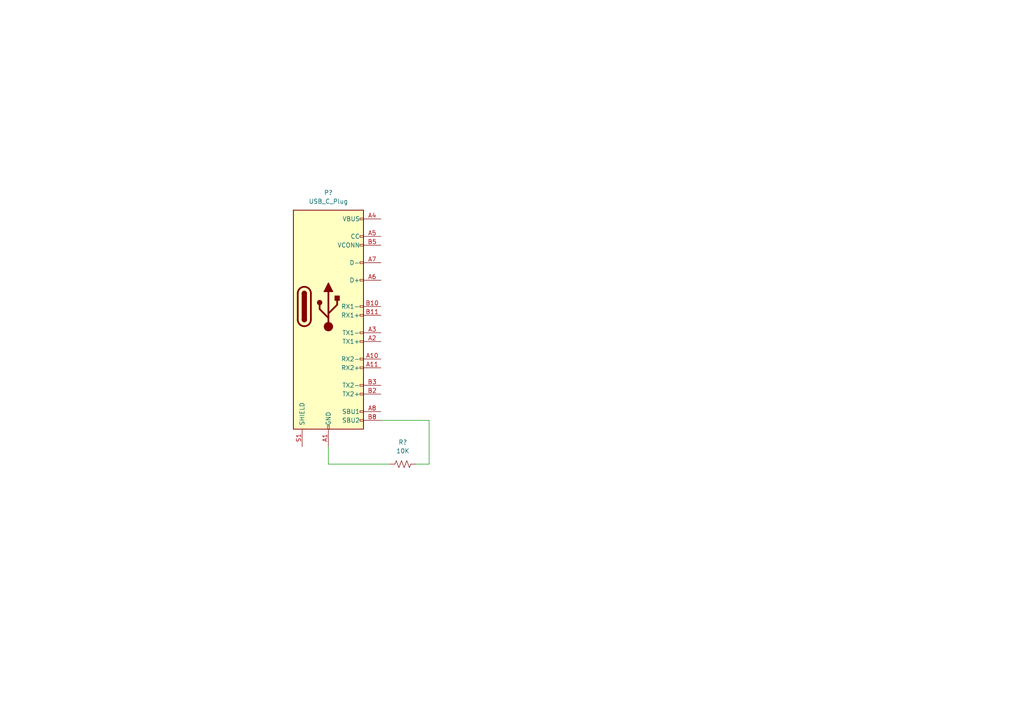
<source format=kicad_sch>
(kicad_sch (version 20211123) (generator eeschema)
  (paper "A4")
  (lib_symbols
    (symbol "Connector:USB_C_Plug" (pin_names (offset 1.016))
      (property "Reference" "P" (at -10.16 29.21 0))
      (property "Value" "USB_C_Plug" (at 10.16 29.21 0))
      (symbol "USB_C_Plug_0_0"
        (rectangle (start -0.254 -35.56) (end 0.254 -34.544))
        (rectangle (start 10.16 -32.766) (end 9.144 -33.274))
        (rectangle (start 10.16 -30.226) (end 9.144 -30.734))
        (rectangle (start 10.16 -25.146) (end 9.144 -25.654))
        (rectangle (start 10.16 -22.606) (end 9.144 -23.114))
        (rectangle (start 10.16 -17.526) (end 9.144 -18.034))
        (rectangle (start 10.16 -14.986) (end 9.144 -15.494))
        (rectangle (start 10.16 -9.906) (end 9.144 -10.414))
        (rectangle (start 10.16 -7.366) (end 9.144 -7.874))
        (rectangle (start 10.16 -2.286) (end 9.144 -2.794))
        (rectangle (start 10.16 0.254) (end 9.144 -0.254))
        (rectangle (start 10.16 7.874) (end 9.144 7.366))
        (rectangle (start 10.16 12.954) (end 9.144 12.446))
        (rectangle (start 10.16 18.034) (end 9.144 17.526))
        (rectangle (start 10.16 20.574) (end 9.144 20.066))
        (rectangle (start 10.16 25.654) (end 9.144 25.146))
      )
      (symbol "USB_C_Plug_0_1"
        (rectangle (start -10.16 27.94) (end 10.16 -35.56) (stroke (width 0.254)) (fill (type background)))
        (arc (start -8.89 -3.81) (mid -6.985 -5.715) (end -5.08 -3.81) (stroke (width 0.508)))
        (arc (start -7.62 -3.81) (mid -6.985 -4.445) (end -6.35 -3.81) (stroke (width 0.254)))
        (arc (start -7.62 -3.81) (mid -6.985 -4.445) (end -6.35 -3.81) (stroke (width 0.254)) (fill (type outline)))
        (rectangle (start -7.62 -3.81) (end -6.35 3.81) (stroke (width 0.254)) (fill (type outline)))
        (arc (start -6.35 3.81) (mid -6.985 4.445) (end -7.62 3.81) (stroke (width 0.254)))
        (arc (start -6.35 3.81) (mid -6.985 4.445) (end -7.62 3.81) (stroke (width 0.254)) (fill (type outline)))
        (arc (start -5.08 3.81) (mid -6.985 5.715) (end -8.89 3.81) (stroke (width 0.508)))
        (polyline (pts (xy -8.89 -3.81) (xy -8.89 3.81)) (stroke (width 0.508)))
        (polyline (pts (xy -5.08 3.81) (xy -5.08 -3.81)) (stroke (width 0.508)))
      )
      (symbol "USB_C_Plug_1_1"
        (circle (center -2.54 1.143) (radius 0.635) (stroke (width 0.254)) (fill (type outline)))
        (circle (center 0 -5.842) (radius 1.27) (fill (type outline)))
        (polyline (pts (xy 0 -5.842) (xy 0 4.318)) (stroke (width 0.508)))
        (polyline (pts (xy 0 -3.302) (xy -2.54 -0.762) (xy -2.54 0.508)) (stroke (width 0.508)))
        (polyline (pts (xy 0 -2.032) (xy 2.54 0.508) (xy 2.54 1.778)) (stroke (width 0.508)))
        (polyline (pts (xy -1.27 4.318) (xy 0 6.858) (xy 1.27 4.318) (xy -1.27 4.318)) (stroke (width 0.254)) (fill (type outline)))
        (rectangle (start 1.905 1.778) (end 3.175 3.048) (stroke (width 0.254)) (fill (type outline)))
        (pin passive line (at 0 -40.64 90) (length 5.08) (name "GND") (number "A1"))
        (pin bidirectional line (at 15.24 -15.24 180) (length 5.08) (name "RX2-") (number "A10"))
        (pin bidirectional line (at 15.24 -17.78 180) (length 5.08) (name "RX2+") (number "A11"))
        (pin passive line (at 0 -40.64 90) (length 5.08) hide (name "GND") (number "A12"))
        (pin bidirectional line (at 15.24 -10.16 180) (length 5.08) (name "TX1+") (number "A2"))
        (pin bidirectional line (at 15.24 -7.62 180) (length 5.08) (name "TX1-") (number "A3"))
        (pin passive line (at 15.24 25.4 180) (length 5.08) (name "VBUS") (number "A4"))
        (pin bidirectional line (at 15.24 20.32 180) (length 5.08) (name "CC") (number "A5"))
        (pin bidirectional line (at 15.24 7.62 180) (length 5.08) (name "D+") (number "A6"))
        (pin bidirectional line (at 15.24 12.7 180) (length 5.08) (name "D-") (number "A7"))
        (pin bidirectional line (at 15.24 -30.48 180) (length 5.08) (name "SBU1") (number "A8"))
        (pin passive line (at 15.24 25.4 180) (length 5.08) hide (name "VBUS") (number "A9"))
        (pin passive line (at 0 -40.64 90) (length 5.08) hide (name "GND") (number "B1"))
        (pin bidirectional line (at 15.24 0 180) (length 5.08) (name "RX1-") (number "B10"))
        (pin bidirectional line (at 15.24 -2.54 180) (length 5.08) (name "RX1+") (number "B11"))
        (pin passive line (at 0 -40.64 90) (length 5.08) hide (name "GND") (number "B12"))
        (pin bidirectional line (at 15.24 -25.4 180) (length 5.08) (name "TX2+") (number "B2"))
        (pin bidirectional line (at 15.24 -22.86 180) (length 5.08) (name "TX2-") (number "B3"))
        (pin passive line (at 15.24 25.4 180) (length 5.08) hide (name "VBUS") (number "B4"))
        (pin bidirectional line (at 15.24 17.78 180) (length 5.08) (name "VCONN") (number "B5"))
        (pin bidirectional line (at 15.24 -33.02 180) (length 5.08) (name "SBU2") (number "B8"))
        (pin passive line (at 15.24 25.4 180) (length 5.08) hide (name "VBUS") (number "B9"))
        (pin passive line (at -7.62 -40.64 90) (length 5.08) (name "SHIELD") (number "S1"))
      )
    )
    (symbol "Device:R_US" (pin_numbers hide) (pin_names (offset 0))
      (property "Reference" "R" (at 2.54 0 90))
      (property "Value" "R_US" (at -2.54 0 90))
      (symbol "R_US_0_1"
        (polyline (pts (xy 0 -2.286) (xy 0 -2.54)))
        (polyline (pts (xy 0 2.286) (xy 0 2.54)))
        (polyline (pts (xy 0 -0.762) (xy 1.016 -1.143) (xy 0 -1.524) (xy -1.016 -1.905) (xy 0 -2.286)))
        (polyline (pts (xy 0 0.762) (xy 1.016 0.381) (xy 0 0) (xy -1.016 -0.381) (xy 0 -0.762)))
        (polyline (pts (xy 0 2.286) (xy 1.016 1.905) (xy 0 1.524) (xy -1.016 1.143) (xy 0 0.762)))
      )
      (symbol "R_US_1_1"
        (pin passive line (at 0 3.81 270) (length 1.27) (name "~") (number "1"))
        (pin passive line (at 0 -3.81 90) (length 1.27) (name "~") (number "2"))
      )
    )
  )
  (wire (pts (xy 124.46 121.92) (xy 124.46 134.62)))
  (wire (pts (xy 120.65 134.62) (xy 124.46 134.62)))
  (wire (pts (xy 95.25 129.54) (xy 95.25 134.62)))
  (wire (pts (xy 124.46 121.92) (xy 110.49 121.92)))
  (wire (pts (xy 113.03 134.62) (xy 95.25 134.62)))
  (symbol (lib_id "Connector:USB_C_Plug") (at 95.25 88.9 0) (unit 1)
    (property "Reference" "P?" (at 95.25 55.88 0))
    (property "Value" "USB_C_Plug" (at 95.25 58.42 0))
    (property "Datasheet" "https://www.usb.org/sites/default/files/documents/usb_type-c.zip" (effects hide))
  )
  (symbol (lib_id "Device:R_US") (at 116.84 134.62 270) (unit 1)
    (property "Reference" "R?" (at 116.84 128.27 90))
    (property "Value" "10K" (at 116.84 130.81 90))
  )
)
</source>
